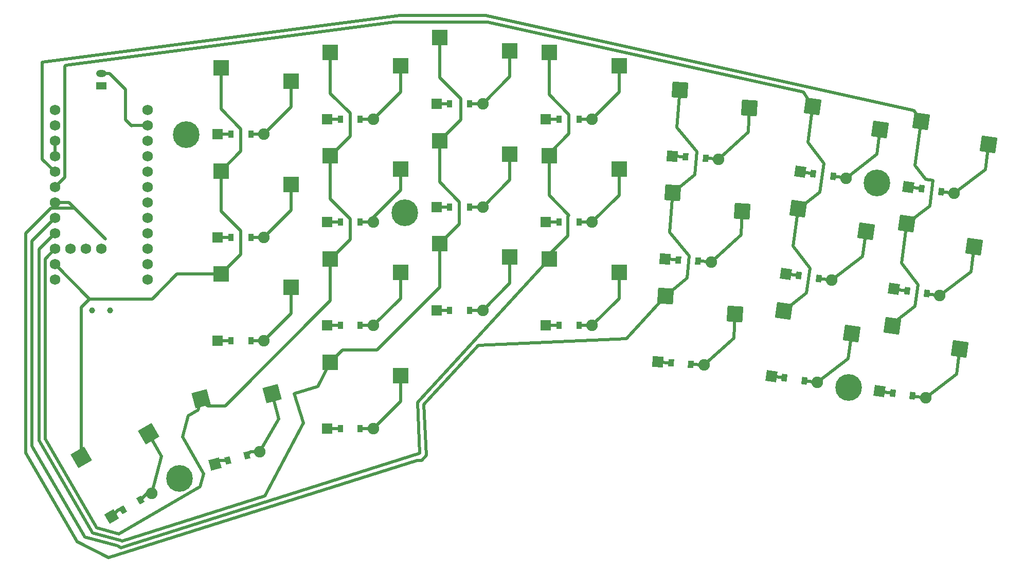
<source format=gbr>
%TF.GenerationSoftware,KiCad,Pcbnew,9.0.3*%
%TF.CreationDate,2025-07-25T16:12:42+02:00*%
%TF.ProjectId,right_pcb,72696768-745f-4706-9362-2e6b69636164,v1.0.0*%
%TF.SameCoordinates,Original*%
%TF.FileFunction,Copper,L2,Bot*%
%TF.FilePolarity,Positive*%
%FSLAX46Y46*%
G04 Gerber Fmt 4.6, Leading zero omitted, Abs format (unit mm)*
G04 Created by KiCad (PCBNEW 9.0.3) date 2025-07-25 16:12:42*
%MOMM*%
%LPD*%
G01*
G04 APERTURE LIST*
G04 Aperture macros list*
%AMRotRect*
0 Rectangle, with rotation*
0 The origin of the aperture is its center*
0 $1 length*
0 $2 width*
0 $3 Rotation angle, in degrees counterclockwise*
0 Add horizontal line*
21,1,$1,$2,0,0,$3*%
G04 Aperture macros list end*
%TA.AperFunction,WasherPad*%
%ADD10C,1.000000*%
%TD*%
%TA.AperFunction,SMDPad,CuDef*%
%ADD11RotRect,2.600000X2.600000X30.000000*%
%TD*%
%TA.AperFunction,ComponentPad*%
%ADD12RotRect,1.778000X1.778000X352.000000*%
%TD*%
%TA.AperFunction,SMDPad,CuDef*%
%ADD13RotRect,0.900000X1.200000X352.000000*%
%TD*%
%TA.AperFunction,ComponentPad*%
%ADD14C,1.905000*%
%TD*%
%TA.AperFunction,ComponentPad*%
%ADD15R,1.778000X1.778000*%
%TD*%
%TA.AperFunction,SMDPad,CuDef*%
%ADD16R,0.900000X1.200000*%
%TD*%
%TA.AperFunction,SMDPad,CuDef*%
%ADD17RotRect,2.600000X2.600000X352.000000*%
%TD*%
%TA.AperFunction,SMDPad,CuDef*%
%ADD18R,2.600000X2.600000*%
%TD*%
%TA.AperFunction,ComponentPad*%
%ADD19C,1.752600*%
%TD*%
%TA.AperFunction,ComponentPad*%
%ADD20RotRect,1.778000X1.778000X356.000000*%
%TD*%
%TA.AperFunction,SMDPad,CuDef*%
%ADD21RotRect,0.900000X1.200000X356.000000*%
%TD*%
%TA.AperFunction,ComponentPad*%
%ADD22C,0.700000*%
%TD*%
%TA.AperFunction,ComponentPad*%
%ADD23C,4.400000*%
%TD*%
%TA.AperFunction,ComponentPad*%
%ADD24RotRect,1.778000X1.778000X30.000000*%
%TD*%
%TA.AperFunction,SMDPad,CuDef*%
%ADD25RotRect,0.900000X1.200000X30.000000*%
%TD*%
%TA.AperFunction,SMDPad,CuDef*%
%ADD26RotRect,2.600000X2.600000X356.000000*%
%TD*%
%TA.AperFunction,SMDPad,CuDef*%
%ADD27RotRect,2.600000X2.600000X15.000000*%
%TD*%
%TA.AperFunction,ComponentPad*%
%ADD28R,1.700000X1.200000*%
%TD*%
%TA.AperFunction,ComponentPad*%
%ADD29O,1.700000X1.200000*%
%TD*%
%TA.AperFunction,ComponentPad*%
%ADD30RotRect,1.778000X1.778000X15.000000*%
%TD*%
%TA.AperFunction,SMDPad,CuDef*%
%ADD31RotRect,0.900000X1.200000X15.000000*%
%TD*%
%TA.AperFunction,Conductor*%
%ADD32C,0.500000*%
%TD*%
G04 APERTURE END LIST*
D10*
%TO.P,T1,*%
%TO.N,*%
X248843762Y-124529027D03*
X245843774Y-124529023D03*
%TD*%
D11*
%TO.P,S24,1*%
%TO.N,P104*%
X244047794Y-148770503D03*
%TO.P,S24,2*%
%TO.N,mirror_space_cluster*%
X255150387Y-144900759D03*
%TD*%
D12*
%TO.P,D6,1*%
%TO.N,P031*%
X362405002Y-101695009D03*
D13*
X364543981Y-101995628D03*
%TO.P,D6,2*%
%TO.N,mirror_outer_top*%
X367811865Y-102454892D03*
D14*
X369950844Y-102755511D03*
%TD*%
D15*
%TO.P,D14,1*%
%TO.N,P029*%
X302533767Y-107529032D03*
D16*
X304693767Y-107529032D03*
%TO.P,D14,2*%
%TO.N,mirror_middle_home*%
X307993767Y-107529032D03*
D14*
X310153767Y-107529032D03*
%TD*%
D15*
%TO.P,D21,1*%
%TO.N,P029*%
X266533768Y-112529031D03*
D16*
X268693768Y-112529031D03*
%TO.P,D21,2*%
%TO.N,mirror_inner_home*%
X271993768Y-112529031D03*
D14*
X274153768Y-112529031D03*
%TD*%
D15*
%TO.P,D22,1*%
%TO.N,P031*%
X266533762Y-95529030D03*
D16*
X268693762Y-95529030D03*
%TO.P,D22,2*%
%TO.N,mirror_inner_top*%
X271993762Y-95529030D03*
D14*
X274153762Y-95529030D03*
%TD*%
D17*
%TO.P,S6,1*%
%TO.N,P020*%
X364458750Y-90926034D03*
%TO.P,S6,2*%
%TO.N,mirror_outer_top*%
X375590165Y-94712072D03*
%TD*%
D18*
%TO.P,S13,1*%
%TO.N,P100*%
X303068770Y-113579028D03*
%TO.P,S13,2*%
%TO.N,mirror_middle_bottom*%
X314618771Y-115779028D03*
%TD*%
D15*
%TO.P,D11,1*%
%TO.N,P029*%
X320533767Y-110029035D03*
D16*
X322693767Y-110029035D03*
%TO.P,D11,2*%
%TO.N,mirror_ring_home*%
X325993767Y-110029035D03*
D14*
X328153767Y-110029035D03*
%TD*%
D18*
%TO.P,S15,1*%
%TO.N,P100*%
X303068776Y-79579037D03*
%TO.P,S15,2*%
%TO.N,mirror_middle_top*%
X314618777Y-81779037D03*
%TD*%
D15*
%TO.P,D20,1*%
%TO.N,P002*%
X266533768Y-129529040D03*
D16*
X268693768Y-129529040D03*
%TO.P,D20,2*%
%TO.N,mirror_inner_bottom*%
X271993768Y-129529040D03*
D14*
X274153768Y-129529040D03*
%TD*%
D19*
%TO.P,MCU1,1*%
%TO.N,P006*%
X239723764Y-91559032D03*
%TO.P,MCU1,2*%
%TO.N,P008*%
X239723763Y-94099029D03*
%TO.P,MCU1,3*%
%TO.N,GND*%
X239723764Y-96639032D03*
%TO.P,MCU1,4*%
X239723764Y-99179032D03*
%TO.P,MCU1,5*%
%TO.N,P017*%
X239723764Y-101719032D03*
%TO.P,MCU1,6*%
%TO.N,P020*%
X239723764Y-104259032D03*
%TO.P,MCU1,7*%
%TO.N,P022*%
X239723764Y-106799032D03*
%TO.P,MCU1,8*%
%TO.N,P024*%
X239723764Y-109339032D03*
%TO.P,MCU1,9*%
%TO.N,P100*%
X239723764Y-111879032D03*
%TO.P,MCU1,10*%
%TO.N,P011*%
X239723764Y-114419032D03*
%TO.P,MCU1,11*%
%TO.N,P104*%
X239723760Y-116959030D03*
%TO.P,MCU1,12*%
%TO.N,P106*%
X239723764Y-119499032D03*
%TO.P,MCU1,13*%
%TO.N,P009*%
X254963764Y-119499032D03*
%TO.P,MCU1,14*%
%TO.N,P010*%
X254963765Y-116959035D03*
%TO.P,MCU1,15*%
%TO.N,P111*%
X254963764Y-114419032D03*
%TO.P,MCU1,16*%
%TO.N,P113*%
X254963764Y-111879032D03*
%TO.P,MCU1,17*%
%TO.N,P115*%
X254963764Y-109339032D03*
%TO.P,MCU1,18*%
%TO.N,P002*%
X254963764Y-106799032D03*
%TO.P,MCU1,19*%
%TO.N,P029*%
X254963764Y-104259032D03*
%TO.P,MCU1,20*%
%TO.N,P031*%
X254963764Y-101719032D03*
%TO.P,MCU1,21*%
%TO.N,VCC*%
X254963764Y-99179032D03*
%TO.P,MCU1,22*%
%TO.N,RST*%
X254963764Y-96639032D03*
%TO.P,MCU1,23*%
%TO.N,GND*%
X254963768Y-94099034D03*
%TO.P,MCU1,24*%
%TO.N,RAW*%
X254963764Y-91559032D03*
%TO.P,MCU1,31*%
%TO.N,P101*%
X242263764Y-114419032D03*
%TO.P,MCU1,32*%
%TO.N,P102*%
X244803764Y-114419032D03*
%TO.P,MCU1,33*%
%TO.N,P107*%
X247343764Y-114419032D03*
%TD*%
D17*
%TO.P,S4,1*%
%TO.N,P020*%
X359726864Y-124595130D03*
%TO.P,S4,2*%
%TO.N,mirror_outer_bottom*%
X370858279Y-128381168D03*
%TD*%
D20*
%TO.P,D7,1*%
%TO.N,P002*%
X338987502Y-133035933D03*
D21*
X341142240Y-133186610D03*
%TO.P,D7,2*%
%TO.N,mirror_pinky_bottom*%
X344434202Y-133416800D03*
D14*
X346588940Y-133567477D03*
%TD*%
D18*
%TO.P,S18,1*%
%TO.N,P011*%
X285068766Y-99079039D03*
%TO.P,S18,2*%
%TO.N,mirror_index_home*%
X296618767Y-101279039D03*
%TD*%
%TO.P,S19,1*%
%TO.N,P011*%
X285068762Y-82079029D03*
%TO.P,S19,2*%
%TO.N,mirror_index_top*%
X296618763Y-84279029D03*
%TD*%
D15*
%TO.P,D19,1*%
%TO.N,P031*%
X284533770Y-93029037D03*
D16*
X286693770Y-93029037D03*
%TO.P,D19,2*%
%TO.N,mirror_index_top*%
X289993770Y-93029037D03*
D14*
X292153770Y-93029037D03*
%TD*%
D22*
%TO.P,_5,1*%
%TO.N,N/C*%
X258774318Y-153027579D03*
X258609483Y-151775528D03*
X259776209Y-153796356D03*
X259378260Y-150773637D03*
D23*
X260203260Y-152202579D03*
D22*
X261028260Y-153631521D03*
X260630311Y-150608802D03*
X261797037Y-152629630D03*
X261632202Y-151377579D03*
%TD*%
D17*
%TO.P,S1,1*%
%TO.N,P017*%
X377551683Y-127100258D03*
%TO.P,S1,2*%
%TO.N,mirror_clone_outer_bottom*%
X388683098Y-130886296D03*
%TD*%
D20*
%TO.P,D8,1*%
%TO.N,P029*%
X340173355Y-116077344D03*
D21*
X342328093Y-116228021D03*
%TO.P,D8,2*%
%TO.N,mirror_pinky_home*%
X345620055Y-116458211D03*
D14*
X347774793Y-116608888D03*
%TD*%
D12*
%TO.P,D1,1*%
%TO.N,P002*%
X375497939Y-137869243D03*
D13*
X377636918Y-138169862D03*
%TO.P,D1,2*%
%TO.N,mirror_clone_outer_bottom*%
X380904802Y-138629126D03*
D14*
X383043781Y-138929745D03*
%TD*%
D18*
%TO.P,S16,1*%
%TO.N,P100*%
X285068764Y-133079039D03*
%TO.P,S16,2*%
%TO.N,mirror_index_mod*%
X296618765Y-135279039D03*
%TD*%
D15*
%TO.P,D13,1*%
%TO.N,P002*%
X302533773Y-124529030D03*
D16*
X304693773Y-124529030D03*
%TO.P,D13,2*%
%TO.N,mirror_middle_bottom*%
X307993773Y-124529030D03*
D14*
X310153773Y-124529030D03*
%TD*%
D17*
%TO.P,S5,1*%
%TO.N,P020*%
X362092795Y-107760584D03*
%TO.P,S5,2*%
%TO.N,mirror_outer_home*%
X373224210Y-111546622D03*
%TD*%
D12*
%TO.P,D3,1*%
%TO.N,P031*%
X380229829Y-104200118D03*
D13*
X382368808Y-104500737D03*
%TO.P,D3,2*%
%TO.N,mirror_clone_outer_top*%
X385636692Y-104960001D03*
D14*
X387775671Y-105260620D03*
%TD*%
D24*
%TO.P,D24,1*%
%TO.N,P115*%
X249059467Y-158520973D03*
D25*
X250930082Y-157440973D03*
%TO.P,D24,2*%
%TO.N,mirror_space_cluster*%
X253787966Y-155790973D03*
D14*
X255658581Y-154710973D03*
%TD*%
D17*
%TO.P,S3,1*%
%TO.N,P017*%
X382283560Y-93431143D03*
%TO.P,S3,2*%
%TO.N,mirror_clone_outer_top*%
X393414975Y-97217181D03*
%TD*%
D18*
%TO.P,S17,1*%
%TO.N,P011*%
X285068767Y-116079040D03*
%TO.P,S17,2*%
%TO.N,mirror_index_bottom*%
X296618768Y-118279040D03*
%TD*%
D15*
%TO.P,D18,1*%
%TO.N,P029*%
X284533774Y-110029033D03*
D16*
X286693774Y-110029033D03*
%TO.P,D18,2*%
%TO.N,mirror_index_home*%
X289993774Y-110029033D03*
D14*
X292153774Y-110029033D03*
%TD*%
D26*
%TO.P,S7,1*%
%TO.N,P022*%
X340285026Y-122149934D03*
%TO.P,S7,2*%
%TO.N,mirror_pinky_bottom*%
X351653429Y-125150254D03*
%TD*%
D12*
%TO.P,D5,1*%
%TO.N,P029*%
X360039069Y-118529557D03*
D13*
X362178048Y-118830176D03*
%TO.P,D5,2*%
%TO.N,mirror_outer_home*%
X365445932Y-119289440D03*
D14*
X367584911Y-119590059D03*
%TD*%
D15*
%TO.P,D15,1*%
%TO.N,P031*%
X302533768Y-90529035D03*
D16*
X304693768Y-90529035D03*
%TO.P,D15,2*%
%TO.N,mirror_middle_top*%
X307993768Y-90529035D03*
D14*
X310153768Y-90529035D03*
%TD*%
D26*
%TO.P,S8,1*%
%TO.N,P022*%
X341470886Y-105191342D03*
%TO.P,S8,2*%
%TO.N,mirror_pinky_home*%
X352839289Y-108191662D03*
%TD*%
D18*
%TO.P,S12,1*%
%TO.N,P024*%
X321068764Y-82079044D03*
%TO.P,S12,2*%
%TO.N,mirror_ring_top*%
X332618765Y-84279044D03*
%TD*%
D17*
%TO.P,S2,1*%
%TO.N,P017*%
X379917627Y-110265698D03*
%TO.P,S2,2*%
%TO.N,mirror_clone_outer_home*%
X391049042Y-114051736D03*
%TD*%
D18*
%TO.P,S20,1*%
%TO.N,P104*%
X267068766Y-118579030D03*
%TO.P,S20,2*%
%TO.N,mirror_inner_bottom*%
X278618767Y-120779030D03*
%TD*%
D22*
%TO.P,_2,1*%
%TO.N,N/C*%
X259693763Y-95629024D03*
X260177037Y-94462298D03*
X260177037Y-96795750D03*
X261343763Y-93979024D03*
D23*
X261343763Y-95629024D03*
D22*
X261343763Y-97279024D03*
X262510489Y-94462298D03*
X262510489Y-96795750D03*
X262993763Y-95629024D03*
%TD*%
D18*
%TO.P,S22,1*%
%TO.N,P104*%
X267068772Y-84579036D03*
%TO.P,S22,2*%
%TO.N,mirror_inner_top*%
X278618773Y-86779036D03*
%TD*%
D27*
%TO.P,S23,1*%
%TO.N,P011*%
X263769798Y-139112374D03*
%TO.P,S23,2*%
%TO.N,mirror_layer_cluster*%
X275495643Y-138248051D03*
%TD*%
D20*
%TO.P,D9,1*%
%TO.N,P031*%
X341359220Y-99118754D03*
D21*
X343513958Y-99269431D03*
%TO.P,D9,2*%
%TO.N,mirror_pinky_top*%
X346805920Y-99499621D03*
D14*
X348960658Y-99650298D03*
%TD*%
D28*
%TO.P,JST1,1*%
%TO.N,pos*%
X247343762Y-87529030D03*
D29*
%TO.P,JST1,2*%
%TO.N,GND*%
X247343768Y-85529040D03*
%TD*%
D15*
%TO.P,D17,1*%
%TO.N,P002*%
X284533766Y-127029034D03*
D16*
X286693766Y-127029034D03*
%TO.P,D17,2*%
%TO.N,mirror_index_bottom*%
X289993766Y-127029034D03*
D14*
X292153766Y-127029034D03*
%TD*%
D12*
%TO.P,D2,1*%
%TO.N,P029*%
X377863880Y-121034682D03*
D13*
X380002859Y-121335301D03*
%TO.P,D2,2*%
%TO.N,mirror_clone_outer_home*%
X383270743Y-121794565D03*
D14*
X385409722Y-122095184D03*
%TD*%
D22*
%TO.P,_4,1*%
%TO.N,N/C*%
X368710592Y-137016328D03*
X369026787Y-138238953D03*
X369351541Y-135928213D03*
X370574166Y-135612018D03*
D23*
X370344534Y-137245960D03*
D22*
X370114902Y-138879902D03*
X371337527Y-138563707D03*
X371662281Y-136252967D03*
X371978476Y-137475592D03*
%TD*%
D12*
%TO.P,D4,1*%
%TO.N,P002*%
X357673123Y-135364120D03*
D13*
X359812102Y-135664739D03*
%TO.P,D4,2*%
%TO.N,mirror_outer_bottom*%
X363079986Y-136124003D03*
D14*
X365218965Y-136424622D03*
%TD*%
D15*
%TO.P,D12,1*%
%TO.N,P031*%
X320533765Y-93029039D03*
D16*
X322693765Y-93029039D03*
%TO.P,D12,2*%
%TO.N,mirror_ring_top*%
X325993765Y-93029039D03*
D14*
X328153765Y-93029039D03*
%TD*%
D22*
%TO.P,_1,1*%
%TO.N,N/C*%
X373442478Y-103347200D03*
X373758673Y-104569825D03*
X374083427Y-102259085D03*
X375306052Y-101942890D03*
D23*
X375076420Y-103576832D03*
D22*
X374846788Y-105210774D03*
X376069413Y-104894579D03*
X376394167Y-102583839D03*
X376710362Y-103806464D03*
%TD*%
D18*
%TO.P,S21,1*%
%TO.N,P104*%
X267068768Y-101579030D03*
%TO.P,S21,2*%
%TO.N,mirror_inner_home*%
X278618769Y-103779030D03*
%TD*%
D15*
%TO.P,D10,1*%
%TO.N,P002*%
X320533772Y-127029044D03*
D16*
X322693772Y-127029044D03*
%TO.P,D10,2*%
%TO.N,mirror_ring_bottom*%
X325993772Y-127029044D03*
D14*
X328153772Y-127029044D03*
%TD*%
D26*
%TO.P,S9,1*%
%TO.N,P022*%
X342656744Y-88232754D03*
%TO.P,S9,2*%
%TO.N,mirror_pinky_top*%
X354025147Y-91233074D03*
%TD*%
D18*
%TO.P,S11,1*%
%TO.N,P024*%
X321068764Y-99079037D03*
%TO.P,S11,2*%
%TO.N,mirror_ring_home*%
X332618765Y-101279037D03*
%TD*%
%TO.P,S10,1*%
%TO.N,P024*%
X321068761Y-116079033D03*
%TO.P,S10,2*%
%TO.N,mirror_ring_bottom*%
X332618762Y-118279033D03*
%TD*%
D22*
%TO.P,_3,1*%
%TO.N,N/C*%
X295693764Y-108479043D03*
X296177038Y-107312317D03*
X296177038Y-109645769D03*
X297343764Y-106829043D03*
D23*
X297343764Y-108479043D03*
D22*
X297343764Y-110129043D03*
X298510490Y-107312317D03*
X298510490Y-109645769D03*
X298993764Y-108479043D03*
%TD*%
D18*
%TO.P,S14,1*%
%TO.N,P100*%
X303068764Y-96579039D03*
%TO.P,S14,2*%
%TO.N,mirror_middle_home*%
X314618765Y-98779039D03*
%TD*%
D30*
%TO.P,D23,1*%
%TO.N,P115*%
X266087092Y-149827722D03*
D31*
X268173491Y-149268670D03*
%TO.P,D23,2*%
%TO.N,mirror_layer_cluster*%
X271361047Y-148414570D03*
D14*
X273447446Y-147855518D03*
%TD*%
D15*
%TO.P,D16,1*%
%TO.N,P115*%
X284533763Y-144029030D03*
D16*
X286693763Y-144029030D03*
%TO.P,D16,2*%
%TO.N,mirror_index_mod*%
X289993763Y-144029030D03*
D14*
X292153763Y-144029030D03*
%TD*%
D32*
%TO.N,P017*%
X383050558Y-102934455D02*
X384288406Y-103097420D01*
X377594851Y-126772364D02*
X377551678Y-127100257D01*
X237624522Y-83684306D02*
X237624522Y-99619790D01*
X310577848Y-75920771D02*
X296594451Y-75920768D01*
X379917634Y-110265695D02*
X379065972Y-116734683D01*
X382283560Y-93431142D02*
X381109933Y-91588916D01*
X310618396Y-75961318D02*
X310577848Y-75920771D01*
X381327984Y-100689543D02*
X383050558Y-102934455D01*
X382283567Y-93431142D02*
X381327984Y-100689543D01*
X237624522Y-99619790D02*
X239723765Y-101719033D01*
X381349063Y-123891659D02*
X377594851Y-126772364D01*
X379065972Y-116734683D02*
X381818958Y-120322452D01*
X384288406Y-103097420D02*
X383729787Y-107340519D01*
X383729787Y-107340519D02*
X379917634Y-110265695D01*
X381109933Y-91588916D02*
X310618396Y-75961318D01*
X381818958Y-120322452D02*
X381349063Y-123891659D01*
X296594451Y-75920768D02*
X237624522Y-83684306D01*
%TO.N,mirror_clone_outer_bottom*%
X388683093Y-130886292D02*
X388138872Y-135020140D01*
X383043785Y-138929743D02*
X380921037Y-138650268D01*
X380921037Y-138650268D02*
X380904811Y-138629118D01*
X388138872Y-135020140D02*
X383043785Y-138929743D01*
%TO.N,mirror_clone_outer_home*%
X390504808Y-118185583D02*
X385409724Y-122095175D01*
X385409724Y-122095175D02*
X383286984Y-121815715D01*
X391049038Y-114051734D02*
X390504808Y-118185583D01*
X383286984Y-121815715D02*
X383270748Y-121794563D01*
%TO.N,mirror_clone_outer_top*%
X392870751Y-101351038D02*
X387775676Y-105260620D01*
X385636696Y-104960013D02*
X387759438Y-105239478D01*
X393414981Y-97217192D02*
X393422785Y-97157905D01*
X393422785Y-97157905D02*
X394229506Y-96538889D01*
X393414981Y-97217192D02*
X392870751Y-101351038D01*
X387759438Y-105239478D02*
X387775676Y-105260620D01*
%TO.N,P020*%
X361272762Y-113989406D02*
X364025167Y-117576406D01*
X363480302Y-121715023D02*
X359726859Y-124595149D01*
X241351067Y-84322014D02*
X241487741Y-84185343D01*
X241487741Y-84185343D02*
X295547522Y-77068238D01*
X239723764Y-104259031D02*
X241351066Y-102631733D01*
X295547522Y-77068238D02*
X296740915Y-77068236D01*
X362092806Y-107760591D02*
X361272762Y-113989406D01*
X310986546Y-77068237D02*
X296740915Y-77068236D01*
X363671639Y-96904705D02*
X364458746Y-90926029D01*
X364458746Y-90926036D02*
X362972613Y-88593271D01*
X364025167Y-117576406D02*
X363480302Y-121715023D01*
X362972613Y-88593271D02*
X310986546Y-77068237D01*
X366296325Y-100325262D02*
X363671639Y-96904705D01*
X362092806Y-107760591D02*
X362168813Y-107770592D01*
X365669791Y-105084198D02*
X366296325Y-100325262D01*
X241351066Y-102631733D02*
X241351067Y-84322014D01*
X362168813Y-107770592D02*
X365669791Y-105084198D01*
%TO.N,mirror_outer_bottom*%
X370314046Y-132515024D02*
X370858275Y-128381183D01*
X363079983Y-136124011D02*
X365202734Y-136403472D01*
X365218955Y-136424624D02*
X370314046Y-132515024D01*
X365202734Y-136403472D02*
X365218955Y-136424624D01*
%TO.N,mirror_outer_home*%
X365462150Y-119310595D02*
X365445924Y-119289455D01*
X367584902Y-119590070D02*
X365462150Y-119310595D01*
X367584902Y-119590070D02*
X372679989Y-115680473D01*
X372679989Y-115680473D02*
X373224215Y-111546631D01*
%TO.N,mirror_outer_top*%
X367811863Y-102454888D02*
X369934616Y-102734355D01*
X369950846Y-102755506D02*
X375045928Y-98845919D01*
X369934616Y-102734355D02*
X369950846Y-102755506D01*
X375045928Y-98845919D02*
X375590155Y-94712066D01*
%TO.N,P022*%
X242937815Y-107711742D02*
X239049718Y-107711731D01*
X344131164Y-115550670D02*
X343812788Y-119189781D01*
X299347748Y-149306435D02*
X300102372Y-149273491D01*
X248017822Y-112791737D02*
X242937815Y-107711742D01*
X242025111Y-106799038D02*
X248017822Y-112791737D01*
X300473103Y-140036919D02*
X309390629Y-130305146D01*
X235040158Y-148174704D02*
X243380633Y-162620835D01*
X234949761Y-111811684D02*
X234949759Y-148084305D01*
X342113273Y-94444770D02*
X345431004Y-98398699D01*
X333788244Y-129239922D02*
X340285029Y-122149928D01*
X309390629Y-130305146D02*
X333788244Y-129239922D01*
X340901327Y-111701502D02*
X344131164Y-115550670D01*
X342656752Y-88232744D02*
X342113273Y-94444770D01*
X300841175Y-148467229D02*
X300473103Y-140036919D01*
X248563242Y-165318728D02*
X299347748Y-149306435D01*
X345431004Y-98398699D02*
X345099817Y-102184234D01*
X239723769Y-106799026D02*
X242025111Y-106799038D01*
X345099817Y-102184234D02*
X345058877Y-102180652D01*
X234949759Y-148084305D02*
X235040158Y-148174704D01*
X300102372Y-149273491D02*
X300841175Y-148467229D01*
X345058877Y-102180652D02*
X341470886Y-105191331D01*
X341470886Y-105191331D02*
X340901327Y-111701502D01*
X243380633Y-162620835D02*
X248563242Y-165318728D01*
X239049718Y-107711731D02*
X234949761Y-111811684D01*
X343812788Y-119189781D02*
X340285019Y-122149929D01*
%TO.N,mirror_pinky_bottom*%
X344488217Y-133475758D02*
X344434197Y-133416795D01*
X351481665Y-129084102D02*
X346588937Y-133567474D01*
X346588937Y-133567474D02*
X344488217Y-133475758D01*
X351653425Y-125150256D02*
X351481665Y-129084102D01*
%TO.N,mirror_pinky_home*%
X345620052Y-116458215D02*
X347720770Y-116549934D01*
X347720770Y-116549934D02*
X347774795Y-116608890D01*
X347774795Y-116608890D02*
X352667533Y-112125525D01*
X352667533Y-112125525D02*
X352839284Y-108191665D01*
%TO.N,mirror_pinky_top*%
X354025150Y-91233070D02*
X353853395Y-95166930D01*
X346805915Y-99499628D02*
X348906636Y-99591342D01*
X353853395Y-95166930D02*
X348960654Y-99650300D01*
X348906636Y-99591342D02*
X348960654Y-99650300D01*
%TO.N,P024*%
X321068762Y-98715726D02*
X321068771Y-99079036D01*
X235950765Y-146885312D02*
X244630746Y-161919488D01*
X235950754Y-113112038D02*
X235950765Y-140755280D01*
X324328657Y-92255840D02*
X324328664Y-95455831D01*
X321068768Y-105595940D02*
X324328662Y-108855833D01*
X321068771Y-99079036D02*
X321068768Y-105595940D01*
X250041544Y-163369306D02*
X250561715Y-163640084D01*
X239723761Y-109339040D02*
X235950754Y-113112038D01*
X321068768Y-115315729D02*
X321068764Y-116079037D01*
X324128659Y-112255839D02*
X321068768Y-115315729D01*
X252124818Y-163146196D02*
X299809714Y-148111205D01*
X235950765Y-140755280D02*
X235950765Y-146885312D01*
X299809714Y-148111205D02*
X299441636Y-139680896D01*
X252124166Y-163147445D02*
X252124818Y-163146196D01*
X244630746Y-161919488D02*
X250041544Y-163369306D01*
X299441636Y-139680896D02*
X321068760Y-116079034D01*
X321068763Y-82079036D02*
X321068759Y-88995939D01*
X324328664Y-95455831D02*
X321068762Y-98715726D01*
X321068759Y-88995939D02*
X324328657Y-92255840D01*
X250561715Y-163640084D02*
X252124166Y-163147445D01*
X324128663Y-109055830D02*
X324128659Y-112255839D01*
X324328662Y-108855833D02*
X324128663Y-109055830D01*
%TO.N,mirror_ring_bottom*%
X332618766Y-122564030D02*
X332618761Y-118279033D01*
X325993762Y-127029039D02*
X328153763Y-127029032D01*
X328153763Y-127029032D02*
X332618766Y-122564030D01*
%TO.N,mirror_ring_home*%
X325993767Y-110029031D02*
X328153768Y-110029035D01*
X328153768Y-110029035D02*
X332618767Y-105564036D01*
X332618767Y-105564036D02*
X332618769Y-101279042D01*
%TO.N,mirror_ring_top*%
X332618764Y-84279044D02*
X332618765Y-88564038D01*
X332618765Y-88564038D02*
X328153769Y-93029034D01*
X328153769Y-93029034D02*
X325993773Y-93029039D01*
%TO.N,P100*%
X303068774Y-79579033D02*
X303068766Y-86195937D01*
X303068769Y-120731834D02*
X292722571Y-131078032D01*
X303068761Y-96579033D02*
X303068768Y-103395949D01*
X237095463Y-143155284D02*
X237095464Y-145953435D01*
X237095464Y-145953435D02*
X237095474Y-145953445D01*
X303068766Y-86195937D02*
X306528660Y-89655833D01*
X245913614Y-161226924D02*
X250701122Y-162509725D01*
X280599784Y-143053660D02*
X279096259Y-138285076D01*
X306528663Y-93119143D02*
X303068761Y-96579033D01*
X274330883Y-155096121D02*
X280599784Y-143053660D01*
X306328664Y-106655827D02*
X306328660Y-110319149D01*
X292722571Y-131078032D02*
X287069768Y-131078030D01*
X279096259Y-138285076D02*
X282999299Y-137054454D01*
X239723763Y-111879031D02*
X237095470Y-114507333D01*
X303068770Y-113579038D02*
X303068769Y-120731834D01*
X237095470Y-114507333D02*
X237095463Y-143155284D01*
X287069768Y-131078030D02*
X285068764Y-133079034D01*
X303068768Y-103395949D02*
X306328664Y-106655827D01*
X237095474Y-145953445D02*
X245913614Y-161226924D01*
X306528660Y-89655833D02*
X306528663Y-93119143D01*
X306328660Y-110319149D02*
X303068770Y-113579038D01*
X250701122Y-162509725D02*
X250745182Y-162532665D01*
X250745182Y-162532665D02*
X274330883Y-155096121D01*
X282999299Y-137054454D02*
X285068765Y-133079040D01*
%TO.N,mirror_middle_bottom*%
X314618769Y-120064033D02*
X310153768Y-124529041D01*
X307993763Y-124529030D02*
X310153768Y-124529041D01*
X314618773Y-115779031D02*
X314618769Y-120064033D01*
%TO.N,mirror_middle_home*%
X314618767Y-103064039D02*
X310153770Y-107529035D01*
X310153770Y-107529035D02*
X307993763Y-107529036D01*
X314618765Y-98779033D02*
X314618767Y-103064039D01*
%TO.N,mirror_middle_top*%
X307993770Y-90529040D02*
X310153761Y-90529034D01*
X314618762Y-81779035D02*
X314618770Y-86064032D01*
X314618770Y-86064032D02*
X310153761Y-90529034D01*
%TO.N,mirror_index_mod*%
X296618770Y-139564041D02*
X292153768Y-144029040D01*
X289993766Y-144029034D02*
X292153768Y-144029040D01*
X296618767Y-135279040D02*
X296618770Y-139564041D01*
%TO.N,P011*%
X285105460Y-99079036D02*
X285068770Y-99079032D01*
X267762045Y-140265743D02*
X264923162Y-140265740D01*
X261684972Y-141866805D02*
X263278218Y-140946938D01*
X288328660Y-92055836D02*
X288328661Y-95855845D01*
X285105456Y-116079029D02*
X285068764Y-116079031D01*
X238096468Y-145685223D02*
X246573191Y-160367337D01*
X238096469Y-116046326D02*
X238096464Y-144555284D01*
X246573191Y-160367337D02*
X250254825Y-161353838D01*
X285068766Y-82079037D02*
X285068764Y-88795938D01*
X285068764Y-116079031D02*
X285068772Y-122959014D01*
X239723769Y-114419033D02*
X238096469Y-116046326D01*
X250254825Y-161353838D02*
X263661875Y-153613269D01*
X288328661Y-95855845D02*
X285105460Y-99079036D01*
X285068770Y-99079032D02*
X285068774Y-106195942D01*
X288328658Y-109455834D02*
X288328665Y-112855840D01*
X285068772Y-122959014D02*
X267762045Y-140265743D01*
X238096464Y-144555284D02*
X238096467Y-145251427D01*
X264923162Y-140265740D02*
X263769793Y-139112372D01*
X264233308Y-151480650D02*
X260733302Y-145418473D01*
X260733302Y-145418473D02*
X261684972Y-141866805D01*
X263278218Y-140946938D02*
X263769792Y-139112374D01*
X263661875Y-153613269D02*
X264233308Y-151480650D01*
X238096467Y-145251427D02*
X238096468Y-145685223D01*
X288328665Y-112855840D02*
X285105456Y-116079029D01*
X285068764Y-88795938D02*
X288328660Y-92055836D01*
X285068774Y-106195942D02*
X288328658Y-109455834D01*
%TO.N,mirror_index_bottom*%
X296618768Y-118279035D02*
X296618766Y-122564031D01*
X296618766Y-122564031D02*
X292153764Y-127029034D01*
X289993767Y-127029037D02*
X292153764Y-127029034D01*
%TO.N,mirror_index_home*%
X292153767Y-109215679D02*
X296618767Y-104750678D01*
X296618767Y-104750678D02*
X296618766Y-101279031D01*
X292153768Y-110029029D02*
X292153767Y-109215679D01*
X292153774Y-110029033D02*
X289993774Y-110029033D01*
%TO.N,mirror_index_top*%
X296618768Y-84279035D02*
X296618772Y-88564026D01*
X296618772Y-88564026D02*
X292153770Y-93029033D01*
X292153770Y-93029033D02*
X289993767Y-93029036D01*
%TO.N,P104*%
X267068766Y-108195936D02*
X270328658Y-111455834D01*
X270328658Y-111455834D02*
X270328656Y-115319136D01*
X267068762Y-118579035D02*
X259805460Y-118579038D01*
X244047790Y-148770498D02*
X244047787Y-124028610D01*
X255728667Y-122655833D02*
X245420566Y-122655832D01*
X245420566Y-122655832D02*
X239723772Y-116959029D01*
X270328656Y-115319136D02*
X267068762Y-118579035D01*
X244047787Y-124028610D02*
X245420566Y-122655832D01*
X267068768Y-84579040D02*
X267068767Y-91395942D01*
X259805460Y-118579038D02*
X255728667Y-122655833D01*
X270328659Y-94655838D02*
X270328659Y-98319136D01*
X267068769Y-101579039D02*
X267068766Y-108195936D01*
X267068767Y-91395942D02*
X270328659Y-94655838D01*
X270328659Y-98319136D02*
X267068769Y-101579039D01*
%TO.N,mirror_inner_bottom*%
X278618763Y-125064033D02*
X278618760Y-120779036D01*
X273840414Y-129529036D02*
X273686749Y-129682702D01*
X273686749Y-129682702D02*
X273533077Y-129529036D01*
X273533077Y-129529036D02*
X271993768Y-129529033D01*
X274153766Y-129529033D02*
X273840414Y-129529036D01*
X274153766Y-129529033D02*
X278618763Y-125064033D01*
%TO.N,mirror_inner_home*%
X274153759Y-112529029D02*
X278618771Y-108064039D01*
X271993775Y-112529030D02*
X274153759Y-112529029D01*
X278618771Y-108064039D02*
X278618772Y-103779025D01*
%TO.N,mirror_inner_top*%
X274153773Y-95529035D02*
X278618770Y-91064039D01*
X274153773Y-95529035D02*
X271993762Y-95529037D01*
X278618770Y-91064039D02*
X278618768Y-86779030D01*
%TO.N,mirror_layer_cluster*%
X276604680Y-142387032D02*
X273447443Y-147855521D01*
X271920097Y-147855519D02*
X271361047Y-148414569D01*
X273447446Y-147855519D02*
X271920097Y-147855519D01*
X275495642Y-138248052D02*
X276604680Y-142387032D01*
%TO.N,mirror_space_cluster*%
X257292885Y-148611674D02*
X255658581Y-154710977D01*
X255150385Y-144900758D02*
X257292885Y-148611674D01*
X255658581Y-154710973D02*
X254867966Y-154710973D01*
X254867966Y-154710973D02*
X253787966Y-155790973D01*
%TO.N,P002*%
X357673120Y-135364116D02*
X359795872Y-135643584D01*
X377636921Y-138169851D02*
X375514174Y-137890383D01*
X286693763Y-127029040D02*
X284533772Y-127029042D01*
X339041514Y-133094898D02*
X338987495Y-133035935D01*
X375514174Y-137890383D02*
X375497943Y-137869241D01*
X341142233Y-133186600D02*
X339041514Y-133094898D01*
X266533764Y-129529029D02*
X268693768Y-129529037D01*
X302533763Y-124529040D02*
X304693770Y-124529027D01*
X320533765Y-127029038D02*
X322693768Y-127029042D01*
X359795872Y-135643584D02*
X359812089Y-135664733D01*
%TO.N,P029*%
X320533763Y-110029038D02*
X322693765Y-110029039D01*
X360055298Y-118550703D02*
X360039061Y-118529568D01*
X377880114Y-121055828D02*
X377863888Y-121034683D01*
X340173354Y-116077343D02*
X342274076Y-116169063D01*
X266533768Y-112529040D02*
X268693769Y-112529034D01*
X304693766Y-107529029D02*
X302533761Y-107529042D01*
X286693774Y-110029033D02*
X284533774Y-110029033D01*
X380002870Y-121335295D02*
X377880114Y-121055828D01*
X362178051Y-118830177D02*
X360055298Y-118550703D01*
X342274076Y-116169063D02*
X342328102Y-116228016D01*
%TO.N,P031*%
X343513954Y-99269428D02*
X341413235Y-99177715D01*
X322693762Y-93029048D02*
X320533768Y-93029030D01*
X382368809Y-104500738D02*
X381826873Y-104429388D01*
X381810647Y-104408237D02*
X380229830Y-104200116D01*
X380246056Y-104221268D02*
X380229833Y-104200119D01*
X268693772Y-95529042D02*
X266533762Y-95529040D01*
X302533765Y-90529038D02*
X304693765Y-90529032D01*
X381826873Y-104429388D02*
X380246056Y-104221268D01*
X362421230Y-101716161D02*
X362405005Y-101695014D01*
X381826873Y-104429388D02*
X381810647Y-104408237D01*
X341413235Y-99177715D02*
X341359217Y-99118751D01*
X284533766Y-93029034D02*
X286693768Y-93029033D01*
X364543984Y-101995623D02*
X362421230Y-101716161D01*
%TO.N,P115*%
X250139467Y-157440973D02*
X249059467Y-158520973D01*
X268173491Y-149268671D02*
X266646142Y-149268671D01*
X266646142Y-149268671D02*
X266087092Y-149827721D01*
X250930082Y-157440973D02*
X250139467Y-157440973D01*
X286693770Y-144029036D02*
X284533762Y-144029037D01*
%TO.N,GND*%
X251342005Y-93131076D02*
X252342006Y-94131076D01*
X251342005Y-88131078D02*
X251342005Y-93131076D01*
X252342006Y-94131076D02*
X252374050Y-94099034D01*
X252374050Y-94099034D02*
X254963771Y-94099036D01*
X247343766Y-85529043D02*
X248739968Y-85529037D01*
X239723766Y-96639032D02*
X239723767Y-99179034D01*
X248739968Y-85529037D02*
X251342005Y-88131078D01*
%TD*%
M02*

</source>
